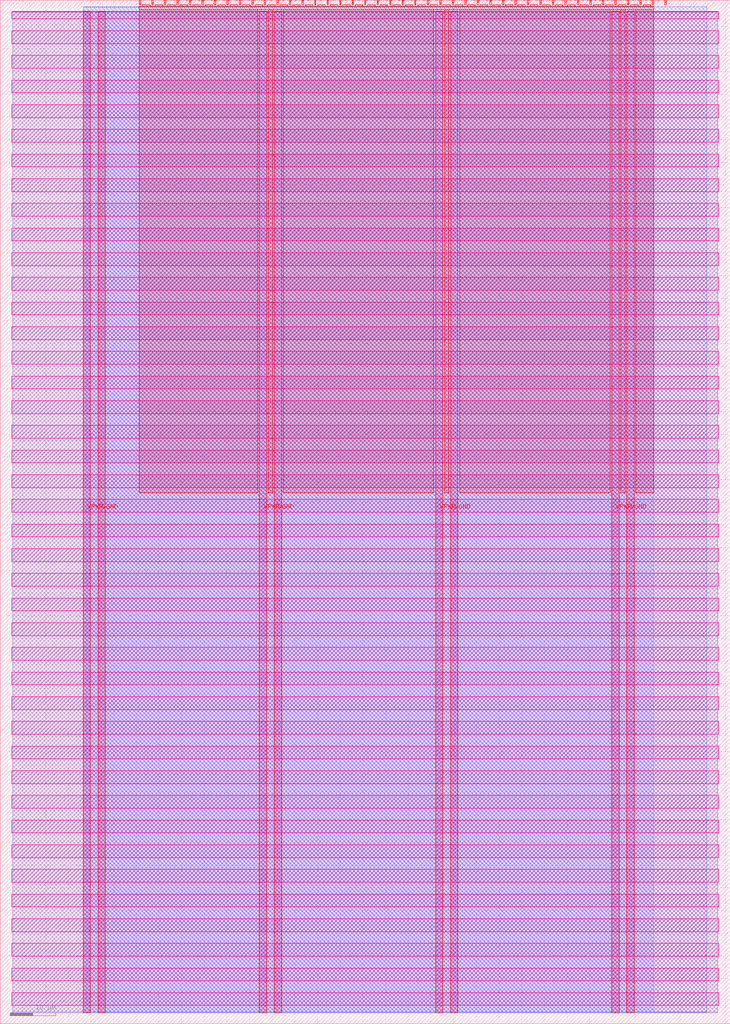
<source format=lef>
VERSION 5.7 ;
  NOWIREEXTENSIONATPIN ON ;
  DIVIDERCHAR "/" ;
  BUSBITCHARS "[]" ;
MACRO tt_um_dlmiles_tt08_poc_uart
  CLASS BLOCK ;
  FOREIGN tt_um_dlmiles_tt08_poc_uart ;
  ORIGIN 0.000 0.000 ;
  SIZE 161.000 BY 225.760 ;
  PIN VGND
    DIRECTION INOUT ;
    USE GROUND ;
    PORT
      LAYER met4 ;
        RECT 21.580 2.480 23.180 223.280 ;
    END
    PORT
      LAYER met4 ;
        RECT 60.450 2.480 62.050 223.280 ;
    END
    PORT
      LAYER met4 ;
        RECT 99.320 2.480 100.920 223.280 ;
    END
    PORT
      LAYER met4 ;
        RECT 138.190 2.480 139.790 223.280 ;
    END
  END VGND
  PIN VPWR
    DIRECTION INOUT ;
    USE POWER ;
    PORT
      LAYER met4 ;
        RECT 18.280 2.480 19.880 223.280 ;
    END
    PORT
      LAYER met4 ;
        RECT 57.150 2.480 58.750 223.280 ;
    END
    PORT
      LAYER met4 ;
        RECT 96.020 2.480 97.620 223.280 ;
    END
    PORT
      LAYER met4 ;
        RECT 134.890 2.480 136.490 223.280 ;
    END
  END VPWR
  PIN clk
    DIRECTION INPUT ;
    USE SIGNAL ;
    ANTENNAGATEAREA 0.852000 ;
    PORT
      LAYER met4 ;
        RECT 143.830 224.760 144.130 225.760 ;
    END
  END clk
  PIN ena
    DIRECTION INPUT ;
    USE SIGNAL ;
    PORT
      LAYER met4 ;
        RECT 146.590 224.760 146.890 225.760 ;
    END
  END ena
  PIN rst_n
    DIRECTION INPUT ;
    USE SIGNAL ;
    ANTENNAGATEAREA 0.196500 ;
    PORT
      LAYER met4 ;
        RECT 141.070 224.760 141.370 225.760 ;
    END
  END rst_n
  PIN ui_in[0]
    DIRECTION INPUT ;
    USE SIGNAL ;
    PORT
      LAYER met4 ;
        RECT 138.310 224.760 138.610 225.760 ;
    END
  END ui_in[0]
  PIN ui_in[1]
    DIRECTION INPUT ;
    USE SIGNAL ;
    ANTENNAGATEAREA 0.126000 ;
    PORT
      LAYER met4 ;
        RECT 135.550 224.760 135.850 225.760 ;
    END
  END ui_in[1]
  PIN ui_in[2]
    DIRECTION INPUT ;
    USE SIGNAL ;
    ANTENNAGATEAREA 0.213000 ;
    PORT
      LAYER met4 ;
        RECT 132.790 224.760 133.090 225.760 ;
    END
  END ui_in[2]
  PIN ui_in[3]
    DIRECTION INPUT ;
    USE SIGNAL ;
    PORT
      LAYER met4 ;
        RECT 130.030 224.760 130.330 225.760 ;
    END
  END ui_in[3]
  PIN ui_in[4]
    DIRECTION INPUT ;
    USE SIGNAL ;
    ANTENNAGATEAREA 0.196500 ;
    PORT
      LAYER met4 ;
        RECT 127.270 224.760 127.570 225.760 ;
    END
  END ui_in[4]
  PIN ui_in[5]
    DIRECTION INPUT ;
    USE SIGNAL ;
    ANTENNAGATEAREA 0.196500 ;
    PORT
      LAYER met4 ;
        RECT 124.510 224.760 124.810 225.760 ;
    END
  END ui_in[5]
  PIN ui_in[6]
    DIRECTION INPUT ;
    USE SIGNAL ;
    ANTENNAGATEAREA 0.196500 ;
    PORT
      LAYER met4 ;
        RECT 121.750 224.760 122.050 225.760 ;
    END
  END ui_in[6]
  PIN ui_in[7]
    DIRECTION INPUT ;
    USE SIGNAL ;
    ANTENNAGATEAREA 0.196500 ;
    PORT
      LAYER met4 ;
        RECT 118.990 224.760 119.290 225.760 ;
    END
  END ui_in[7]
  PIN uio_in[0]
    DIRECTION INPUT ;
    USE SIGNAL ;
    ANTENNAGATEAREA 0.126000 ;
    PORT
      LAYER met4 ;
        RECT 116.230 224.760 116.530 225.760 ;
    END
  END uio_in[0]
  PIN uio_in[1]
    DIRECTION INPUT ;
    USE SIGNAL ;
    ANTENNAGATEAREA 0.196500 ;
    PORT
      LAYER met4 ;
        RECT 113.470 224.760 113.770 225.760 ;
    END
  END uio_in[1]
  PIN uio_in[2]
    DIRECTION INPUT ;
    USE SIGNAL ;
    ANTENNAGATEAREA 0.196500 ;
    PORT
      LAYER met4 ;
        RECT 110.710 224.760 111.010 225.760 ;
    END
  END uio_in[2]
  PIN uio_in[3]
    DIRECTION INPUT ;
    USE SIGNAL ;
    ANTENNAGATEAREA 0.196500 ;
    PORT
      LAYER met4 ;
        RECT 107.950 224.760 108.250 225.760 ;
    END
  END uio_in[3]
  PIN uio_in[4]
    DIRECTION INPUT ;
    USE SIGNAL ;
    ANTENNAGATEAREA 0.196500 ;
    PORT
      LAYER met4 ;
        RECT 105.190 224.760 105.490 225.760 ;
    END
  END uio_in[4]
  PIN uio_in[5]
    DIRECTION INPUT ;
    USE SIGNAL ;
    ANTENNAGATEAREA 0.196500 ;
    PORT
      LAYER met4 ;
        RECT 102.430 224.760 102.730 225.760 ;
    END
  END uio_in[5]
  PIN uio_in[6]
    DIRECTION INPUT ;
    USE SIGNAL ;
    ANTENNAGATEAREA 0.196500 ;
    PORT
      LAYER met4 ;
        RECT 99.670 224.760 99.970 225.760 ;
    END
  END uio_in[6]
  PIN uio_in[7]
    DIRECTION INPUT ;
    USE SIGNAL ;
    ANTENNAGATEAREA 0.196500 ;
    PORT
      LAYER met4 ;
        RECT 96.910 224.760 97.210 225.760 ;
    END
  END uio_in[7]
  PIN uio_oe[0]
    DIRECTION OUTPUT ;
    USE SIGNAL ;
    ANTENNADIFFAREA 0.445500 ;
    PORT
      LAYER met4 ;
        RECT 49.990 224.760 50.290 225.760 ;
    END
  END uio_oe[0]
  PIN uio_oe[1]
    DIRECTION OUTPUT ;
    USE SIGNAL ;
    ANTENNADIFFAREA 0.445500 ;
    PORT
      LAYER met4 ;
        RECT 47.230 224.760 47.530 225.760 ;
    END
  END uio_oe[1]
  PIN uio_oe[2]
    DIRECTION OUTPUT ;
    USE SIGNAL ;
    ANTENNADIFFAREA 0.445500 ;
    PORT
      LAYER met4 ;
        RECT 44.470 224.760 44.770 225.760 ;
    END
  END uio_oe[2]
  PIN uio_oe[3]
    DIRECTION OUTPUT ;
    USE SIGNAL ;
    ANTENNADIFFAREA 0.445500 ;
    PORT
      LAYER met4 ;
        RECT 41.710 224.760 42.010 225.760 ;
    END
  END uio_oe[3]
  PIN uio_oe[4]
    DIRECTION OUTPUT ;
    USE SIGNAL ;
    ANTENNADIFFAREA 0.445500 ;
    PORT
      LAYER met4 ;
        RECT 38.950 224.760 39.250 225.760 ;
    END
  END uio_oe[4]
  PIN uio_oe[5]
    DIRECTION OUTPUT ;
    USE SIGNAL ;
    ANTENNADIFFAREA 0.445500 ;
    PORT
      LAYER met4 ;
        RECT 36.190 224.760 36.490 225.760 ;
    END
  END uio_oe[5]
  PIN uio_oe[6]
    DIRECTION OUTPUT ;
    USE SIGNAL ;
    ANTENNADIFFAREA 0.445500 ;
    PORT
      LAYER met4 ;
        RECT 33.430 224.760 33.730 225.760 ;
    END
  END uio_oe[6]
  PIN uio_oe[7]
    DIRECTION OUTPUT ;
    USE SIGNAL ;
    ANTENNADIFFAREA 0.445500 ;
    PORT
      LAYER met4 ;
        RECT 30.670 224.760 30.970 225.760 ;
    END
  END uio_oe[7]
  PIN uio_out[0]
    DIRECTION OUTPUT ;
    USE SIGNAL ;
    ANTENNADIFFAREA 0.891000 ;
    PORT
      LAYER met4 ;
        RECT 72.070 224.760 72.370 225.760 ;
    END
  END uio_out[0]
  PIN uio_out[1]
    DIRECTION OUTPUT ;
    USE SIGNAL ;
    ANTENNADIFFAREA 0.924000 ;
    PORT
      LAYER met4 ;
        RECT 69.310 224.760 69.610 225.760 ;
    END
  END uio_out[1]
  PIN uio_out[2]
    DIRECTION OUTPUT ;
    USE SIGNAL ;
    ANTENNADIFFAREA 0.924000 ;
    PORT
      LAYER met4 ;
        RECT 66.550 224.760 66.850 225.760 ;
    END
  END uio_out[2]
  PIN uio_out[3]
    DIRECTION OUTPUT ;
    USE SIGNAL ;
    ANTENNADIFFAREA 0.924000 ;
    PORT
      LAYER met4 ;
        RECT 63.790 224.760 64.090 225.760 ;
    END
  END uio_out[3]
  PIN uio_out[4]
    DIRECTION OUTPUT ;
    USE SIGNAL ;
    ANTENNADIFFAREA 0.924000 ;
    PORT
      LAYER met4 ;
        RECT 61.030 224.760 61.330 225.760 ;
    END
  END uio_out[4]
  PIN uio_out[5]
    DIRECTION OUTPUT ;
    USE SIGNAL ;
    ANTENNADIFFAREA 0.453750 ;
    PORT
      LAYER met4 ;
        RECT 58.270 224.760 58.570 225.760 ;
    END
  END uio_out[5]
  PIN uio_out[6]
    DIRECTION OUTPUT ;
    USE SIGNAL ;
    ANTENNADIFFAREA 0.924000 ;
    PORT
      LAYER met4 ;
        RECT 55.510 224.760 55.810 225.760 ;
    END
  END uio_out[6]
  PIN uio_out[7]
    DIRECTION OUTPUT ;
    USE SIGNAL ;
    ANTENNADIFFAREA 0.924000 ;
    PORT
      LAYER met4 ;
        RECT 52.750 224.760 53.050 225.760 ;
    END
  END uio_out[7]
  PIN uo_out[0]
    DIRECTION OUTPUT ;
    USE SIGNAL ;
    ANTENNADIFFAREA 0.445500 ;
    PORT
      LAYER met4 ;
        RECT 94.150 224.760 94.450 225.760 ;
    END
  END uo_out[0]
  PIN uo_out[1]
    DIRECTION OUTPUT ;
    USE SIGNAL ;
    ANTENNADIFFAREA 0.445500 ;
    PORT
      LAYER met4 ;
        RECT 91.390 224.760 91.690 225.760 ;
    END
  END uo_out[1]
  PIN uo_out[2]
    DIRECTION OUTPUT ;
    USE SIGNAL ;
    ANTENNADIFFAREA 0.445500 ;
    PORT
      LAYER met4 ;
        RECT 88.630 224.760 88.930 225.760 ;
    END
  END uo_out[2]
  PIN uo_out[3]
    DIRECTION OUTPUT ;
    USE SIGNAL ;
    ANTENNADIFFAREA 0.445500 ;
    PORT
      LAYER met4 ;
        RECT 85.870 224.760 86.170 225.760 ;
    END
  END uo_out[3]
  PIN uo_out[4]
    DIRECTION OUTPUT ;
    USE SIGNAL ;
    ANTENNADIFFAREA 0.445500 ;
    PORT
      LAYER met4 ;
        RECT 83.110 224.760 83.410 225.760 ;
    END
  END uo_out[4]
  PIN uo_out[5]
    DIRECTION OUTPUT ;
    USE SIGNAL ;
    ANTENNADIFFAREA 0.445500 ;
    PORT
      LAYER met4 ;
        RECT 80.350 224.760 80.650 225.760 ;
    END
  END uo_out[5]
  PIN uo_out[6]
    DIRECTION OUTPUT ;
    USE SIGNAL ;
    ANTENNADIFFAREA 0.445500 ;
    PORT
      LAYER met4 ;
        RECT 77.590 224.760 77.890 225.760 ;
    END
  END uo_out[6]
  PIN uo_out[7]
    DIRECTION OUTPUT ;
    USE SIGNAL ;
    ANTENNADIFFAREA 0.445500 ;
    PORT
      LAYER met4 ;
        RECT 74.830 224.760 75.130 225.760 ;
    END
  END uo_out[7]
  OBS
      LAYER nwell ;
        RECT 2.570 221.625 158.430 223.230 ;
        RECT 2.570 216.185 158.430 219.015 ;
        RECT 2.570 210.745 158.430 213.575 ;
        RECT 2.570 205.305 158.430 208.135 ;
        RECT 2.570 199.865 158.430 202.695 ;
        RECT 2.570 194.425 158.430 197.255 ;
        RECT 2.570 188.985 158.430 191.815 ;
        RECT 2.570 183.545 158.430 186.375 ;
        RECT 2.570 178.105 158.430 180.935 ;
        RECT 2.570 172.665 158.430 175.495 ;
        RECT 2.570 167.225 158.430 170.055 ;
        RECT 2.570 161.785 158.430 164.615 ;
        RECT 2.570 156.345 158.430 159.175 ;
        RECT 2.570 150.905 158.430 153.735 ;
        RECT 2.570 145.465 158.430 148.295 ;
        RECT 2.570 140.025 158.430 142.855 ;
        RECT 2.570 134.585 158.430 137.415 ;
        RECT 2.570 129.145 158.430 131.975 ;
        RECT 2.570 123.705 158.430 126.535 ;
        RECT 2.570 118.265 158.430 121.095 ;
        RECT 2.570 112.825 158.430 115.655 ;
        RECT 2.570 107.385 158.430 110.215 ;
        RECT 2.570 101.945 158.430 104.775 ;
        RECT 2.570 96.505 158.430 99.335 ;
        RECT 2.570 91.065 158.430 93.895 ;
        RECT 2.570 85.625 158.430 88.455 ;
        RECT 2.570 80.185 158.430 83.015 ;
        RECT 2.570 74.745 158.430 77.575 ;
        RECT 2.570 69.305 158.430 72.135 ;
        RECT 2.570 63.865 158.430 66.695 ;
        RECT 2.570 58.425 158.430 61.255 ;
        RECT 2.570 52.985 158.430 55.815 ;
        RECT 2.570 47.545 158.430 50.375 ;
        RECT 2.570 42.105 158.430 44.935 ;
        RECT 2.570 36.665 158.430 39.495 ;
        RECT 2.570 31.225 158.430 34.055 ;
        RECT 2.570 25.785 158.430 28.615 ;
        RECT 2.570 20.345 158.430 23.175 ;
        RECT 2.570 14.905 158.430 17.735 ;
        RECT 2.570 9.465 158.430 12.295 ;
        RECT 2.570 4.025 158.430 6.855 ;
      LAYER li1 ;
        RECT 2.760 2.635 158.240 223.125 ;
      LAYER met1 ;
        RECT 2.760 2.480 158.240 223.280 ;
      LAYER met2 ;
        RECT 18.310 2.535 155.840 224.245 ;
      LAYER met3 ;
        RECT 18.290 2.555 144.170 224.225 ;
      LAYER met4 ;
        RECT 31.370 224.360 33.030 224.760 ;
        RECT 34.130 224.360 35.790 224.760 ;
        RECT 36.890 224.360 38.550 224.760 ;
        RECT 39.650 224.360 41.310 224.760 ;
        RECT 42.410 224.360 44.070 224.760 ;
        RECT 45.170 224.360 46.830 224.760 ;
        RECT 47.930 224.360 49.590 224.760 ;
        RECT 50.690 224.360 52.350 224.760 ;
        RECT 53.450 224.360 55.110 224.760 ;
        RECT 56.210 224.360 57.870 224.760 ;
        RECT 58.970 224.360 60.630 224.760 ;
        RECT 61.730 224.360 63.390 224.760 ;
        RECT 64.490 224.360 66.150 224.760 ;
        RECT 67.250 224.360 68.910 224.760 ;
        RECT 70.010 224.360 71.670 224.760 ;
        RECT 72.770 224.360 74.430 224.760 ;
        RECT 75.530 224.360 77.190 224.760 ;
        RECT 78.290 224.360 79.950 224.760 ;
        RECT 81.050 224.360 82.710 224.760 ;
        RECT 83.810 224.360 85.470 224.760 ;
        RECT 86.570 224.360 88.230 224.760 ;
        RECT 89.330 224.360 90.990 224.760 ;
        RECT 92.090 224.360 93.750 224.760 ;
        RECT 94.850 224.360 96.510 224.760 ;
        RECT 97.610 224.360 99.270 224.760 ;
        RECT 100.370 224.360 102.030 224.760 ;
        RECT 103.130 224.360 104.790 224.760 ;
        RECT 105.890 224.360 107.550 224.760 ;
        RECT 108.650 224.360 110.310 224.760 ;
        RECT 111.410 224.360 113.070 224.760 ;
        RECT 114.170 224.360 115.830 224.760 ;
        RECT 116.930 224.360 118.590 224.760 ;
        RECT 119.690 224.360 121.350 224.760 ;
        RECT 122.450 224.360 124.110 224.760 ;
        RECT 125.210 224.360 126.870 224.760 ;
        RECT 127.970 224.360 129.630 224.760 ;
        RECT 130.730 224.360 132.390 224.760 ;
        RECT 133.490 224.360 135.150 224.760 ;
        RECT 136.250 224.360 137.910 224.760 ;
        RECT 139.010 224.360 140.670 224.760 ;
        RECT 141.770 224.360 143.430 224.760 ;
        RECT 30.655 223.680 144.145 224.360 ;
        RECT 30.655 117.135 56.750 223.680 ;
        RECT 59.150 117.135 60.050 223.680 ;
        RECT 62.450 117.135 95.620 223.680 ;
        RECT 98.020 117.135 98.920 223.680 ;
        RECT 101.320 117.135 134.490 223.680 ;
        RECT 136.890 117.135 137.790 223.680 ;
        RECT 140.190 117.135 144.145 223.680 ;
  END
END tt_um_dlmiles_tt08_poc_uart
END LIBRARY


</source>
